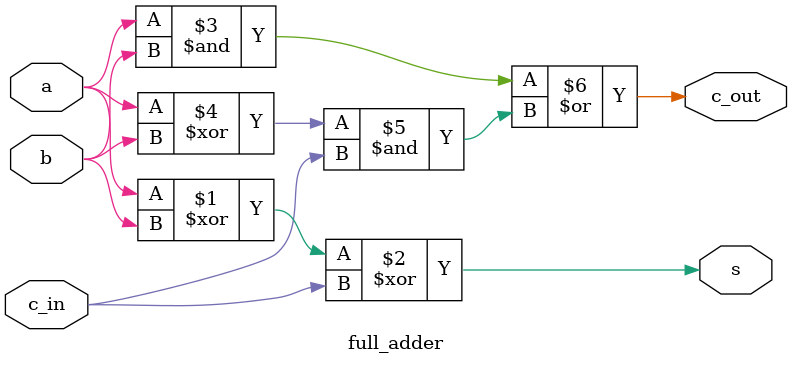
<source format=v>
module full_adder(
    input wire a, b, //两个一位加数字
    input wire c_in,  //进位输入

    output s, c_out
);
    assign s = a ^ b ^ c_in;
    assign c_out = a & b | (a ^ b) & c_in;
endmodule


</source>
